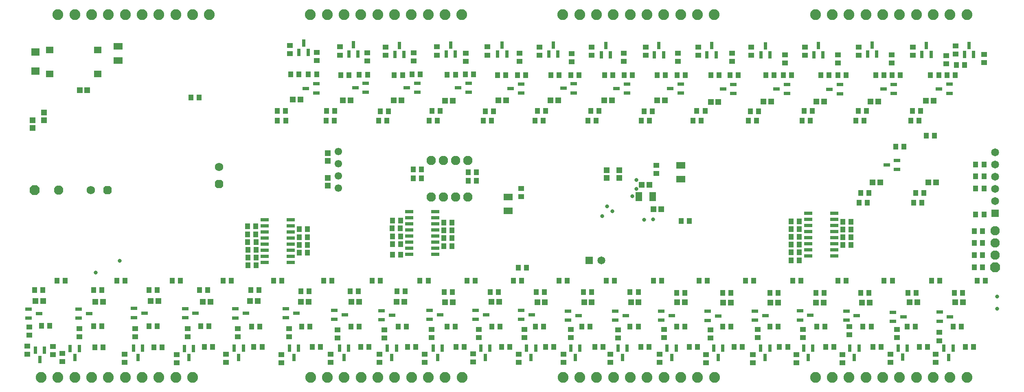
<source format=gbs>
G04*
G04 #@! TF.GenerationSoftware,Altium Limited,Altium Designer,21.6.4 (81)*
G04*
G04 Layer_Color=16711935*
%FSLAX43Y43*%
%MOMM*%
G71*
G04*
G04 #@! TF.SameCoordinates,38FC9672-5BFE-4C4D-A481-017CD4E88717*
G04*
G04*
G04 #@! TF.FilePolarity,Negative*
G04*
G01*
G75*
%ADD19R,1.675X0.800*%
%ADD22R,1.050X1.150*%
%ADD23R,1.150X1.050*%
%ADD24R,1.150X1.150*%
%ADD25R,1.150X1.150*%
%ADD31R,1.471X0.709*%
%ADD32R,1.471X0.658*%
%ADD35R,0.750X1.650*%
%ADD36R,1.450X1.950*%
%ADD46R,1.650X1.650*%
%ADD47C,1.650*%
%ADD48C,1.950*%
G04:AMPARAMS|DCode=49|XSize=1.95mm|YSize=1.95mm|CornerRadius=0mm|HoleSize=0mm|Usage=FLASHONLY|Rotation=90.000|XOffset=0mm|YOffset=0mm|HoleType=Round|Shape=Octagon|*
%AMOCTAGOND49*
4,1,8,0.488,0.975,-0.488,0.975,-0.975,0.488,-0.975,-0.488,-0.488,-0.975,0.488,-0.975,0.975,-0.488,0.975,0.488,0.488,0.975,0.0*
%
%ADD49OCTAGOND49*%

%ADD50R,1.650X1.650*%
%ADD51C,1.550*%
G04:AMPARAMS|DCode=52|XSize=1.75mm|YSize=1.75mm|CornerRadius=0mm|HoleSize=0mm|Usage=FLASHONLY|Rotation=90.000|XOffset=0mm|YOffset=0mm|HoleType=Round|Shape=Octagon|*
%AMOCTAGOND52*
4,1,8,0.438,0.875,-0.438,0.875,-0.875,0.438,-0.875,-0.438,-0.438,-0.875,0.438,-0.875,0.875,-0.438,0.875,0.438,0.438,0.875,0.0*
%
%ADD52OCTAGOND52*%

%ADD53C,1.750*%
G04:AMPARAMS|DCode=54|XSize=1.75mm|YSize=1.75mm|CornerRadius=0mm|HoleSize=0mm|Usage=FLASHONLY|Rotation=180.000|XOffset=0mm|YOffset=0mm|HoleType=Round|Shape=Octagon|*
%AMOCTAGOND54*
4,1,8,-0.875,0.438,-0.875,-0.438,-0.438,-0.875,0.438,-0.875,0.875,-0.438,0.875,0.438,0.438,0.875,-0.438,0.875,-0.875,0.438,0.0*
%
%ADD54OCTAGOND54*%

G04:AMPARAMS|DCode=55|XSize=1.95mm|YSize=1.95mm|CornerRadius=0mm|HoleSize=0mm|Usage=FLASHONLY|Rotation=0.000|XOffset=0mm|YOffset=0mm|HoleType=Round|Shape=Octagon|*
%AMOCTAGOND55*
4,1,8,0.975,-0.488,0.975,0.488,0.488,0.975,-0.488,0.975,-0.975,0.488,-0.975,-0.488,-0.488,-0.975,0.488,-0.975,0.975,-0.488,0.0*
%
%ADD55OCTAGOND55*%

%ADD56C,2.250*%
%ADD57C,0.800*%
%ADD104R,1.650X1.350*%
%ADD105R,1.950X1.450*%
%ADD106R,1.790X1.550*%
D19*
X58114Y38533D02*
D03*
Y37263D02*
D03*
Y35993D02*
D03*
Y34723D02*
D03*
Y33453D02*
D03*
Y32183D02*
D03*
Y30913D02*
D03*
Y29643D02*
D03*
X52690D02*
D03*
Y30913D02*
D03*
Y32183D02*
D03*
Y33453D02*
D03*
Y34723D02*
D03*
Y35993D02*
D03*
Y37263D02*
D03*
Y38533D02*
D03*
X165682Y39904D02*
D03*
Y38634D02*
D03*
Y37364D02*
D03*
Y36094D02*
D03*
Y34824D02*
D03*
Y33554D02*
D03*
Y32284D02*
D03*
Y31014D02*
D03*
X171106D02*
D03*
Y32284D02*
D03*
Y33554D02*
D03*
Y34824D02*
D03*
Y36094D02*
D03*
Y37364D02*
D03*
Y38634D02*
D03*
Y39904D02*
D03*
X82709Y40177D02*
D03*
Y38907D02*
D03*
Y37637D02*
D03*
Y36367D02*
D03*
Y35097D02*
D03*
Y33827D02*
D03*
Y32557D02*
D03*
Y31287D02*
D03*
X88133D02*
D03*
Y32557D02*
D03*
Y33827D02*
D03*
Y35097D02*
D03*
Y36367D02*
D03*
Y37637D02*
D03*
Y38907D02*
D03*
Y40177D02*
D03*
D22*
X91601Y33055D02*
D03*
X89901D02*
D03*
X107104Y28511D02*
D03*
X105404D02*
D03*
X140978Y38296D02*
D03*
X139278D02*
D03*
X39073Y64027D02*
D03*
X37373D02*
D03*
X59887Y31699D02*
D03*
X61587D02*
D03*
X59896Y33299D02*
D03*
X61596D02*
D03*
X59882Y34923D02*
D03*
X61582D02*
D03*
X59897Y36541D02*
D03*
X61597D02*
D03*
X50826Y37135D02*
D03*
X49126D02*
D03*
X50861Y33863D02*
D03*
X49161D02*
D03*
X50822Y35513D02*
D03*
X49122D02*
D03*
X50872Y30620D02*
D03*
X49172D02*
D03*
X50868Y32235D02*
D03*
X49168D02*
D03*
X50884Y29008D02*
D03*
X49184D02*
D03*
X163830Y36597D02*
D03*
X162130D02*
D03*
X163814Y38213D02*
D03*
X162114D02*
D03*
X163849Y30062D02*
D03*
X162149D02*
D03*
X172875Y38136D02*
D03*
X174575D02*
D03*
X172865Y36502D02*
D03*
X174565D02*
D03*
X163826Y34986D02*
D03*
X162126D02*
D03*
X163843Y31747D02*
D03*
X162143D02*
D03*
X163822Y33372D02*
D03*
X162122D02*
D03*
X172870Y34877D02*
D03*
X174570D02*
D03*
X172870Y33267D02*
D03*
X174570D02*
D03*
X80914Y36717D02*
D03*
X79214D02*
D03*
X80933Y35090D02*
D03*
X79233D02*
D03*
X80923Y38339D02*
D03*
X79223D02*
D03*
X80928Y33446D02*
D03*
X79228D02*
D03*
X80944Y31256D02*
D03*
X79244D02*
D03*
X89907Y37954D02*
D03*
X91607D02*
D03*
X89905Y34717D02*
D03*
X91605D02*
D03*
X89915Y36339D02*
D03*
X91615D02*
D03*
X197552Y16225D02*
D03*
X195852D02*
D03*
X198351Y12003D02*
D03*
X200051D02*
D03*
X197775Y23270D02*
D03*
X196075D02*
D03*
X200859Y25806D02*
D03*
X202559D02*
D03*
X187972Y16225D02*
D03*
X186272D02*
D03*
X188794Y12003D02*
D03*
X190494D02*
D03*
X188185Y23270D02*
D03*
X186485D02*
D03*
X191326Y25806D02*
D03*
X193026D02*
D03*
X169381Y12019D02*
D03*
X171081D02*
D03*
X178795Y16225D02*
D03*
X177095D02*
D03*
X179174Y12003D02*
D03*
X180874D02*
D03*
X178320Y23270D02*
D03*
X176620D02*
D03*
X181499Y25806D02*
D03*
X183199D02*
D03*
X169162Y16225D02*
D03*
X167462D02*
D03*
X168994Y23270D02*
D03*
X167294D02*
D03*
X171858Y25806D02*
D03*
X173558D02*
D03*
X159458Y16225D02*
D03*
X157758D02*
D03*
X159736Y12010D02*
D03*
X161436D02*
D03*
X159458Y23270D02*
D03*
X157758D02*
D03*
X162489Y25806D02*
D03*
X164189D02*
D03*
X149646Y16225D02*
D03*
X147946D02*
D03*
X150333Y12003D02*
D03*
X152033D02*
D03*
X149646Y23270D02*
D03*
X147946D02*
D03*
X152668Y25806D02*
D03*
X154368D02*
D03*
X141009Y12003D02*
D03*
X142709D02*
D03*
X140057Y16225D02*
D03*
X138357D02*
D03*
X140057Y23270D02*
D03*
X138357D02*
D03*
X143011Y25806D02*
D03*
X144711D02*
D03*
X130365Y16225D02*
D03*
X128665D02*
D03*
X130879Y12003D02*
D03*
X132579D02*
D03*
X130365Y23438D02*
D03*
X128665D02*
D03*
X133504Y25806D02*
D03*
X135204D02*
D03*
X120364Y16225D02*
D03*
X118664D02*
D03*
X121359Y12003D02*
D03*
X123059D02*
D03*
X120661Y23438D02*
D03*
X118961D02*
D03*
X123713Y25806D02*
D03*
X125413D02*
D03*
X110669Y16225D02*
D03*
X108969D02*
D03*
X111119Y11986D02*
D03*
X112819D02*
D03*
X110850Y23438D02*
D03*
X109150D02*
D03*
X113923Y25806D02*
D03*
X115623D02*
D03*
X101614Y16225D02*
D03*
X99914D02*
D03*
X103638Y12003D02*
D03*
X101938D02*
D03*
X101300Y23438D02*
D03*
X99600D02*
D03*
X104369Y25806D02*
D03*
X106069D02*
D03*
X92335Y16225D02*
D03*
X90635D02*
D03*
X94140Y12003D02*
D03*
X92440D02*
D03*
X91732Y23438D02*
D03*
X90032D02*
D03*
X94720Y25806D02*
D03*
X96420D02*
D03*
X84121Y12003D02*
D03*
X82421D02*
D03*
X82143Y16225D02*
D03*
X80443D02*
D03*
X81876Y23653D02*
D03*
X80176D02*
D03*
X84978Y25806D02*
D03*
X86678D02*
D03*
X72356Y16225D02*
D03*
X70656D02*
D03*
X74356Y12003D02*
D03*
X72656D02*
D03*
X72147Y23653D02*
D03*
X70447D02*
D03*
X74999Y25806D02*
D03*
X76699D02*
D03*
X60344Y16225D02*
D03*
X62044D02*
D03*
X62604Y12003D02*
D03*
X64304D02*
D03*
X61906Y23653D02*
D03*
X60206D02*
D03*
X64944Y25806D02*
D03*
X66644D02*
D03*
X51662Y16225D02*
D03*
X49962D02*
D03*
X52135Y12003D02*
D03*
X50435D02*
D03*
X51479Y23869D02*
D03*
X49779D02*
D03*
X54520Y25806D02*
D03*
X56220D02*
D03*
X41058Y16331D02*
D03*
X39358D02*
D03*
X41806Y12003D02*
D03*
X40106D02*
D03*
X40808Y23869D02*
D03*
X39108D02*
D03*
X44023Y25806D02*
D03*
X45723D02*
D03*
X30318Y16331D02*
D03*
X28618D02*
D03*
X31373Y11938D02*
D03*
X29673D02*
D03*
X18826Y16331D02*
D03*
X17126D02*
D03*
X19106Y11938D02*
D03*
X17406D02*
D03*
X18826Y23869D02*
D03*
X17126D02*
D03*
X21977Y25806D02*
D03*
X23677D02*
D03*
X7969Y16388D02*
D03*
X6269D02*
D03*
X6522Y23869D02*
D03*
X4822D02*
D03*
X9490Y25806D02*
D03*
X11190D02*
D03*
X200277Y36189D02*
D03*
X201977D02*
D03*
X200277Y33719D02*
D03*
X201977D02*
D03*
X200277Y31193D02*
D03*
X201977D02*
D03*
X200277Y28620D02*
D03*
X201977D02*
D03*
X200544Y50046D02*
D03*
X202244D02*
D03*
X200544Y47584D02*
D03*
X202244D02*
D03*
X200544Y45010D02*
D03*
X202244D02*
D03*
X200544Y39654D02*
D03*
X202244D02*
D03*
X83547Y49051D02*
D03*
X85247D02*
D03*
X83567Y47157D02*
D03*
X85267D02*
D03*
X96707Y46656D02*
D03*
X95007D02*
D03*
X96692Y48460D02*
D03*
X94992D02*
D03*
X190268Y56022D02*
D03*
X191968D02*
D03*
X188056Y44153D02*
D03*
X189756D02*
D03*
X187638Y42096D02*
D03*
X189338D02*
D03*
X185601Y53747D02*
D03*
X183901D02*
D03*
X196495Y70795D02*
D03*
X198195D02*
D03*
X176271Y42096D02*
D03*
X177971D02*
D03*
X176620Y44102D02*
D03*
X178320D02*
D03*
X196252Y68691D02*
D03*
X194552D02*
D03*
X191150Y68687D02*
D03*
X192850D02*
D03*
X187388Y61192D02*
D03*
X189088D02*
D03*
X187023Y59155D02*
D03*
X188723D02*
D03*
X184868Y68703D02*
D03*
X183168D02*
D03*
X179765Y68687D02*
D03*
X181465D02*
D03*
X176125Y61197D02*
D03*
X177825D02*
D03*
X175612Y59155D02*
D03*
X177312D02*
D03*
X173570Y68691D02*
D03*
X171870D02*
D03*
X168358Y68687D02*
D03*
X170058D02*
D03*
X164835Y61176D02*
D03*
X166535D02*
D03*
X164403Y59155D02*
D03*
X166103D02*
D03*
X162254Y68692D02*
D03*
X160554D02*
D03*
X156926Y68704D02*
D03*
X158626D02*
D03*
X153704Y61169D02*
D03*
X155404D02*
D03*
X153259Y59155D02*
D03*
X154959D02*
D03*
X30318Y23869D02*
D03*
X28618D02*
D03*
X33421Y25806D02*
D03*
X35121D02*
D03*
X151184Y68687D02*
D03*
X149484D02*
D03*
X145434D02*
D03*
X147134D02*
D03*
X142550Y61224D02*
D03*
X144250D02*
D03*
X141765Y59155D02*
D03*
X143465D02*
D03*
X140165Y68704D02*
D03*
X138465D02*
D03*
X134263Y68687D02*
D03*
X135963D02*
D03*
X131566Y61146D02*
D03*
X133266D02*
D03*
X130958Y59155D02*
D03*
X132658D02*
D03*
X129100Y68697D02*
D03*
X127400D02*
D03*
X123375Y68704D02*
D03*
X125075D02*
D03*
X119916Y59155D02*
D03*
X121616D02*
D03*
X120462Y61208D02*
D03*
X122162D02*
D03*
X118042Y68704D02*
D03*
X116342D02*
D03*
X112223Y68687D02*
D03*
X113923D02*
D03*
X109417Y61174D02*
D03*
X111117D02*
D03*
X108900Y59155D02*
D03*
X110600D02*
D03*
X106956Y68687D02*
D03*
X105256D02*
D03*
X101126D02*
D03*
X102826D02*
D03*
X98568Y61159D02*
D03*
X100268D02*
D03*
X98155Y59155D02*
D03*
X99855D02*
D03*
X90650Y68745D02*
D03*
X92350D02*
D03*
X96112Y68814D02*
D03*
X94412D02*
D03*
X87501Y61194D02*
D03*
X89201D02*
D03*
X88579Y59155D02*
D03*
X86879D02*
D03*
X78089D02*
D03*
X76389D02*
D03*
X78430Y61157D02*
D03*
X76730D02*
D03*
X81343Y68687D02*
D03*
X79643D02*
D03*
X83339Y68814D02*
D03*
X85039D02*
D03*
X72360Y68745D02*
D03*
X74060D02*
D03*
X70177Y68706D02*
D03*
X68477D02*
D03*
X67278Y61175D02*
D03*
X65578D02*
D03*
X67181Y59155D02*
D03*
X65481D02*
D03*
X61776Y68821D02*
D03*
X63476D02*
D03*
X59832Y68814D02*
D03*
X58132D02*
D03*
X57037Y61183D02*
D03*
X55337D02*
D03*
X57040Y59155D02*
D03*
X55340D02*
D03*
D23*
X192977Y15032D02*
D03*
Y13332D02*
D03*
X192218Y10482D02*
D03*
Y8782D02*
D03*
X174299Y16270D02*
D03*
Y14570D02*
D03*
X184178Y15675D02*
D03*
Y13975D02*
D03*
X182800Y10467D02*
D03*
Y8767D02*
D03*
X172806Y10445D02*
D03*
Y8745D02*
D03*
X164631Y15671D02*
D03*
Y13971D02*
D03*
X163213Y8737D02*
D03*
Y10437D02*
D03*
X155218Y15630D02*
D03*
Y13930D02*
D03*
X154207Y8738D02*
D03*
Y10438D02*
D03*
X145411Y15609D02*
D03*
Y13909D02*
D03*
X144469Y8751D02*
D03*
Y10451D02*
D03*
X135759Y15644D02*
D03*
Y13944D02*
D03*
X134782Y8780D02*
D03*
Y10480D02*
D03*
X126140Y15616D02*
D03*
Y13916D02*
D03*
X124568Y10498D02*
D03*
Y8798D02*
D03*
X116366Y15632D02*
D03*
Y13932D02*
D03*
X114833Y8838D02*
D03*
Y10538D02*
D03*
X106681Y15640D02*
D03*
Y13940D02*
D03*
X105551Y8837D02*
D03*
Y10537D02*
D03*
X97200Y15665D02*
D03*
Y13965D02*
D03*
X95991Y8863D02*
D03*
Y10563D02*
D03*
X87416Y15636D02*
D03*
Y13936D02*
D03*
X85944Y8782D02*
D03*
Y10482D02*
D03*
X77574Y15601D02*
D03*
Y13901D02*
D03*
X76584Y8805D02*
D03*
Y10505D02*
D03*
X67844Y15594D02*
D03*
Y13894D02*
D03*
X66373Y8809D02*
D03*
Y10509D02*
D03*
X57762Y15861D02*
D03*
Y14161D02*
D03*
X56113Y8727D02*
D03*
Y10427D02*
D03*
X47123Y15861D02*
D03*
Y14161D02*
D03*
X44668Y10482D02*
D03*
Y8782D02*
D03*
X36689Y15861D02*
D03*
Y14161D02*
D03*
X34377Y8746D02*
D03*
Y10446D02*
D03*
X25748Y15861D02*
D03*
Y14161D02*
D03*
X23558Y8765D02*
D03*
Y10465D02*
D03*
X14187Y15861D02*
D03*
Y14161D02*
D03*
X10616Y10695D02*
D03*
Y8995D02*
D03*
X134138Y48186D02*
D03*
Y49886D02*
D03*
X106019Y43327D02*
D03*
Y45027D02*
D03*
X3765Y16210D02*
D03*
Y14510D02*
D03*
X3291Y12175D02*
D03*
Y10475D02*
D03*
X8689Y12142D02*
D03*
Y10442D02*
D03*
X202292Y71298D02*
D03*
Y72998D02*
D03*
X196323Y73037D02*
D03*
Y74737D02*
D03*
X194423Y71044D02*
D03*
Y72744D02*
D03*
X187438Y72777D02*
D03*
Y74477D02*
D03*
X183057Y71172D02*
D03*
Y72872D02*
D03*
X176175Y72777D02*
D03*
Y74477D02*
D03*
X171886Y71172D02*
D03*
Y72872D02*
D03*
X165024Y72777D02*
D03*
Y74477D02*
D03*
X160916Y71172D02*
D03*
Y72872D02*
D03*
X153896Y72777D02*
D03*
Y74477D02*
D03*
X142850Y72777D02*
D03*
Y74477D02*
D03*
X149910Y71521D02*
D03*
Y73221D02*
D03*
X131908Y72817D02*
D03*
Y74517D02*
D03*
X138626Y71521D02*
D03*
Y73221D02*
D03*
X120687Y72830D02*
D03*
Y74530D02*
D03*
X127313Y71521D02*
D03*
Y73221D02*
D03*
X116520Y71491D02*
D03*
Y73191D02*
D03*
X109802Y72831D02*
D03*
Y74531D02*
D03*
X105669Y71521D02*
D03*
Y73221D02*
D03*
X99005Y72852D02*
D03*
Y74552D02*
D03*
X94484Y71521D02*
D03*
Y73221D02*
D03*
X88529Y72852D02*
D03*
Y74552D02*
D03*
X83658Y73331D02*
D03*
Y71631D02*
D03*
X77827Y74492D02*
D03*
Y72792D02*
D03*
X74033Y73324D02*
D03*
Y71624D02*
D03*
X68319Y74552D02*
D03*
Y72852D02*
D03*
X63506Y73421D02*
D03*
Y71721D02*
D03*
X57938Y74850D02*
D03*
Y73150D02*
D03*
D24*
X81687Y21386D02*
D03*
X80087D02*
D03*
X197849Y21325D02*
D03*
X196249D02*
D03*
X188416Y21313D02*
D03*
X186816D02*
D03*
X178507Y21277D02*
D03*
X176907D02*
D03*
X168940Y21275D02*
D03*
X167340D02*
D03*
X159456Y21294D02*
D03*
X157856D02*
D03*
X149594Y21259D02*
D03*
X147994D02*
D03*
X140059Y21297D02*
D03*
X138459D02*
D03*
X130441Y21355D02*
D03*
X128841D02*
D03*
X120706Y21322D02*
D03*
X119106D02*
D03*
X110966Y21355D02*
D03*
X109366D02*
D03*
X101437Y21400D02*
D03*
X99837D02*
D03*
X91765Y21361D02*
D03*
X90165D02*
D03*
X72306Y21399D02*
D03*
X70706D02*
D03*
X61856D02*
D03*
X60256D02*
D03*
X51242Y21583D02*
D03*
X49642D02*
D03*
X41382Y21399D02*
D03*
X39782D02*
D03*
X19056D02*
D03*
X17456D02*
D03*
X131119Y45814D02*
D03*
X132719D02*
D03*
X135154Y40759D02*
D03*
X133554D02*
D03*
X6617Y21583D02*
D03*
X5017D02*
D03*
X190707Y46284D02*
D03*
X192307D02*
D03*
X179124D02*
D03*
X180724D02*
D03*
X190210Y63304D02*
D03*
X191810D02*
D03*
X178695Y63180D02*
D03*
X180295D02*
D03*
X167398Y63137D02*
D03*
X168998D02*
D03*
X156406Y63128D02*
D03*
X158006D02*
D03*
X30609Y21583D02*
D03*
X29009D02*
D03*
X145439Y63102D02*
D03*
X147039D02*
D03*
X134313Y63417D02*
D03*
X135913D02*
D03*
X123259D02*
D03*
X124859D02*
D03*
X112151D02*
D03*
X113751D02*
D03*
X101264D02*
D03*
X102864D02*
D03*
X90156Y63315D02*
D03*
X91756D02*
D03*
X81151Y63417D02*
D03*
X79551D02*
D03*
X70508D02*
D03*
X68908D02*
D03*
X60102Y63603D02*
D03*
X58502D02*
D03*
X14200Y65500D02*
D03*
X15800D02*
D03*
D25*
X123763Y48833D02*
D03*
Y47233D02*
D03*
X126464Y48833D02*
D03*
Y47233D02*
D03*
X6756Y59307D02*
D03*
Y60907D02*
D03*
X4405Y57694D02*
D03*
Y59294D02*
D03*
X65794Y50769D02*
D03*
Y52369D02*
D03*
Y45654D02*
D03*
Y47254D02*
D03*
D31*
X193021Y17389D02*
D03*
Y19269D02*
D03*
X173634Y17627D02*
D03*
Y19506D02*
D03*
X183359Y17329D02*
D03*
Y19209D02*
D03*
X163978Y17653D02*
D03*
Y19533D02*
D03*
X154614Y17615D02*
D03*
Y19494D02*
D03*
X144796Y17557D02*
D03*
Y19437D02*
D03*
X135183Y17608D02*
D03*
Y19488D02*
D03*
X125557Y17620D02*
D03*
Y19500D02*
D03*
X115769Y17614D02*
D03*
Y19494D02*
D03*
X106041Y17775D02*
D03*
Y19654D02*
D03*
X96540Y17742D02*
D03*
Y19622D02*
D03*
X86968Y17797D02*
D03*
Y19676D02*
D03*
X76971Y17720D02*
D03*
Y19600D02*
D03*
X67191Y17791D02*
D03*
Y19671D02*
D03*
X57107Y18081D02*
D03*
Y19961D02*
D03*
X46603Y18075D02*
D03*
Y19955D02*
D03*
X36133Y18119D02*
D03*
Y19998D02*
D03*
X25531Y18151D02*
D03*
Y20031D02*
D03*
X14023Y18032D02*
D03*
Y19911D02*
D03*
X3551Y18021D02*
D03*
Y19901D02*
D03*
X184205Y50908D02*
D03*
Y49028D02*
D03*
X195057Y66762D02*
D03*
Y64883D02*
D03*
X183515Y66716D02*
D03*
Y64836D02*
D03*
X172325Y66680D02*
D03*
Y64801D02*
D03*
X161279Y66694D02*
D03*
Y64815D02*
D03*
X150156Y66726D02*
D03*
Y64847D02*
D03*
X139226Y66789D02*
D03*
Y64909D02*
D03*
X128010Y66801D02*
D03*
Y64921D02*
D03*
X116977Y66862D02*
D03*
Y64983D02*
D03*
X106037Y66832D02*
D03*
Y64952D02*
D03*
X95057Y66965D02*
D03*
Y65085D02*
D03*
X84412Y65076D02*
D03*
Y66956D02*
D03*
X73705Y65076D02*
D03*
Y66955D02*
D03*
X63447Y64970D02*
D03*
Y66849D02*
D03*
D32*
X195205Y18329D02*
D03*
X175819Y18567D02*
D03*
X185543Y18269D02*
D03*
X166162Y18593D02*
D03*
X156799Y18555D02*
D03*
X146981Y18497D02*
D03*
X137367Y18548D02*
D03*
X127742Y18560D02*
D03*
X117953Y18554D02*
D03*
X108225Y18714D02*
D03*
X98724Y18682D02*
D03*
X89152Y18737D02*
D03*
X79155Y18660D02*
D03*
X69376Y18731D02*
D03*
X59292Y19021D02*
D03*
X48787Y19015D02*
D03*
X38318Y19058D02*
D03*
X27715Y19091D02*
D03*
X16207Y18972D02*
D03*
X5735Y18961D02*
D03*
X182020Y49968D02*
D03*
X192873Y65822D02*
D03*
X181330Y65776D02*
D03*
X170140Y65741D02*
D03*
X159095Y65755D02*
D03*
X147972Y65786D02*
D03*
X137042Y65849D02*
D03*
X125826Y65861D02*
D03*
X114793Y65923D02*
D03*
X103853Y65892D02*
D03*
X92872Y66025D02*
D03*
X82227Y66016D02*
D03*
X71520Y66016D02*
D03*
X61263Y65910D02*
D03*
D35*
X194883Y9853D02*
D03*
X195833Y11753D02*
D03*
X193933D02*
D03*
X185339Y9869D02*
D03*
X186289Y11769D02*
D03*
X184389D02*
D03*
X175308Y9853D02*
D03*
X176258Y11753D02*
D03*
X174358D02*
D03*
X165722Y9853D02*
D03*
X166672Y11753D02*
D03*
X164772D02*
D03*
X156770Y9853D02*
D03*
X157720Y11753D02*
D03*
X155820D02*
D03*
X146996Y9853D02*
D03*
X147946Y11753D02*
D03*
X146046D02*
D03*
X137310Y9853D02*
D03*
X138260Y11753D02*
D03*
X136360D02*
D03*
X127117Y9853D02*
D03*
X128067Y11753D02*
D03*
X126167D02*
D03*
X117268Y9853D02*
D03*
X118218Y11753D02*
D03*
X116318D02*
D03*
X108085Y9853D02*
D03*
X109035Y11753D02*
D03*
X107135D02*
D03*
X98545Y9853D02*
D03*
X99495Y11753D02*
D03*
X97595D02*
D03*
X88677Y9853D02*
D03*
X89627Y11753D02*
D03*
X87727D02*
D03*
X79135Y9853D02*
D03*
X80085Y11753D02*
D03*
X78185D02*
D03*
X69185Y9853D02*
D03*
X70135Y11753D02*
D03*
X68235D02*
D03*
X58766Y9853D02*
D03*
X59716Y11753D02*
D03*
X57816D02*
D03*
X47288Y9853D02*
D03*
X48238Y11753D02*
D03*
X46338D02*
D03*
X36917Y9788D02*
D03*
X37867Y11688D02*
D03*
X35967D02*
D03*
X26361Y9853D02*
D03*
X27311Y11753D02*
D03*
X25411D02*
D03*
X13187Y9788D02*
D03*
X14137Y11688D02*
D03*
X12237D02*
D03*
X5926Y9437D02*
D03*
X6876Y11337D02*
D03*
X4976D02*
D03*
X199139Y74878D02*
D03*
X198189Y72978D02*
D03*
X200089D02*
D03*
X190290Y74876D02*
D03*
X189340Y72976D02*
D03*
X191240D02*
D03*
X178979Y74969D02*
D03*
X178029Y73069D02*
D03*
X179929D02*
D03*
X167808Y74826D02*
D03*
X166858Y72926D02*
D03*
X168758D02*
D03*
X156817Y74784D02*
D03*
X155867Y72884D02*
D03*
X157767D02*
D03*
X145616Y74820D02*
D03*
X144666Y72920D02*
D03*
X146566D02*
D03*
X134663Y74820D02*
D03*
X133713Y72920D02*
D03*
X135613D02*
D03*
X123609Y74820D02*
D03*
X122659Y72920D02*
D03*
X124559D02*
D03*
X112720Y74952D02*
D03*
X111770Y73052D02*
D03*
X113670D02*
D03*
X102076Y74955D02*
D03*
X101126Y73055D02*
D03*
X103026D02*
D03*
X91348Y74952D02*
D03*
X90398Y73052D02*
D03*
X92298D02*
D03*
X81658Y72959D02*
D03*
X79758D02*
D03*
X80708Y74859D02*
D03*
X72100Y73085D02*
D03*
X70200D02*
D03*
X71150Y74985D02*
D03*
X61723Y73417D02*
D03*
X59823D02*
D03*
X60773Y75317D02*
D03*
D36*
X130474Y43377D02*
D03*
X133374D02*
D03*
D46*
X120198Y30056D02*
D03*
D47*
X122738D02*
D03*
X204546Y52604D02*
D03*
Y50064D02*
D03*
Y47524D02*
D03*
Y44984D02*
D03*
Y42444D02*
D03*
D48*
X204541Y36259D02*
D03*
Y33719D02*
D03*
Y31179D02*
D03*
X94932Y50920D02*
D03*
X92392D02*
D03*
X89852D02*
D03*
X87312D02*
D03*
Y43300D02*
D03*
X89852D02*
D03*
X92392D02*
D03*
X94932D02*
D03*
X9808Y44725D02*
D03*
D49*
X204541Y28639D02*
D03*
D50*
X204546Y39904D02*
D03*
D51*
X68008Y45148D02*
D03*
Y47688D02*
D03*
Y50228D02*
D03*
Y52768D02*
D03*
D52*
X43238Y45994D02*
D03*
D53*
Y49494D02*
D03*
X16506Y44725D02*
D03*
D54*
X20006D02*
D03*
D55*
X4808D02*
D03*
D56*
X198707Y5698D02*
D03*
X177707D02*
D03*
X188207D02*
D03*
X195207D02*
D03*
X191707D02*
D03*
X184707D02*
D03*
X181207D02*
D03*
X174207D02*
D03*
X170707D02*
D03*
X167207D02*
D03*
X146207D02*
D03*
X125207D02*
D03*
X135707D02*
D03*
X142707D02*
D03*
X139207D02*
D03*
X132207D02*
D03*
X128707D02*
D03*
X121707D02*
D03*
X118207D02*
D03*
X114707D02*
D03*
X93707D02*
D03*
X72707D02*
D03*
X83207D02*
D03*
X90207D02*
D03*
X86707D02*
D03*
X79707D02*
D03*
X76207D02*
D03*
X69207D02*
D03*
X65707D02*
D03*
X62207D02*
D03*
X37693D02*
D03*
X16693D02*
D03*
X27193D02*
D03*
X34193D02*
D03*
X30693D02*
D03*
X23693D02*
D03*
X20193D02*
D03*
X13193D02*
D03*
X9693D02*
D03*
X6193D02*
D03*
X167193Y81301D02*
D03*
X188193D02*
D03*
X177693D02*
D03*
X170693D02*
D03*
X174193D02*
D03*
X181193D02*
D03*
X184693D02*
D03*
X191693D02*
D03*
X195193D02*
D03*
X198693D02*
D03*
X114693D02*
D03*
X135693D02*
D03*
X125193D02*
D03*
X118193D02*
D03*
X121693D02*
D03*
X128693D02*
D03*
X132193D02*
D03*
X139193D02*
D03*
X142693D02*
D03*
X146193D02*
D03*
X62193D02*
D03*
X83193D02*
D03*
X72693D02*
D03*
X65693D02*
D03*
X69193D02*
D03*
X76193D02*
D03*
X79693D02*
D03*
X86693D02*
D03*
X90193D02*
D03*
X93693D02*
D03*
X9693D02*
D03*
X30693D02*
D03*
X20193D02*
D03*
X13193D02*
D03*
X16693D02*
D03*
X23693D02*
D03*
X27193D02*
D03*
X34193D02*
D03*
X37693D02*
D03*
X41193D02*
D03*
D57*
X123905Y41337D02*
D03*
X125000Y40300D02*
D03*
X122900Y39300D02*
D03*
X133484Y38600D02*
D03*
X131628Y38491D02*
D03*
X129130Y43399D02*
D03*
X205000Y20000D02*
D03*
Y22500D02*
D03*
X130000Y46857D02*
D03*
Y45000D02*
D03*
X17500Y27500D02*
D03*
X22500Y30000D02*
D03*
D104*
X7982Y73922D02*
D03*
X17982D02*
D03*
X7982Y68922D02*
D03*
X17982D02*
D03*
D105*
X139207Y49879D02*
D03*
Y46979D02*
D03*
X103314Y40357D02*
D03*
Y43257D02*
D03*
X22202Y71739D02*
D03*
Y74639D02*
D03*
D106*
X5052Y69484D02*
D03*
Y73514D02*
D03*
M02*

</source>
